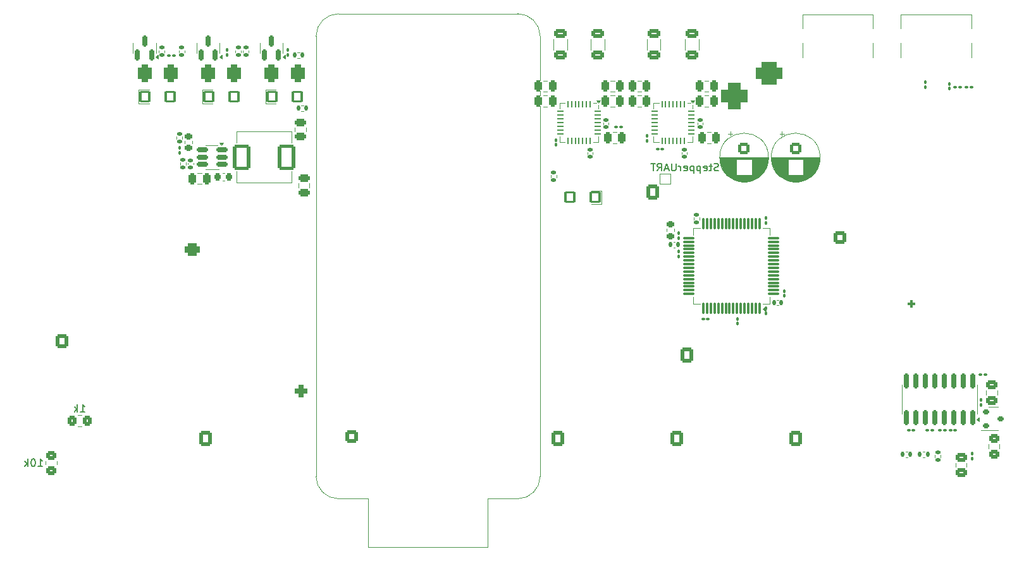
<source format=gbr>
%TF.GenerationSoftware,KiCad,Pcbnew,9.0.4*%
%TF.CreationDate,2025-12-23T11:57:38+01:00*%
%TF.ProjectId,licheerv_nano_base,6c696368-6565-4727-965f-6e616e6f5f62,rev?*%
%TF.SameCoordinates,Original*%
%TF.FileFunction,Legend,Bot*%
%TF.FilePolarity,Positive*%
%FSLAX46Y46*%
G04 Gerber Fmt 4.6, Leading zero omitted, Abs format (unit mm)*
G04 Created by KiCad (PCBNEW 9.0.4) date 2025-12-23 11:57:38*
%MOMM*%
%LPD*%
G01*
G04 APERTURE LIST*
G04 Aperture macros list*
%AMRoundRect*
0 Rectangle with rounded corners*
0 $1 Rounding radius*
0 $2 $3 $4 $5 $6 $7 $8 $9 X,Y pos of 4 corners*
0 Add a 4 corners polygon primitive as box body*
4,1,4,$2,$3,$4,$5,$6,$7,$8,$9,$2,$3,0*
0 Add four circle primitives for the rounded corners*
1,1,$1+$1,$2,$3*
1,1,$1+$1,$4,$5*
1,1,$1+$1,$6,$7*
1,1,$1+$1,$8,$9*
0 Add four rect primitives between the rounded corners*
20,1,$1+$1,$2,$3,$4,$5,0*
20,1,$1+$1,$4,$5,$6,$7,0*
20,1,$1+$1,$6,$7,$8,$9,0*
20,1,$1+$1,$8,$9,$2,$3,0*%
G04 Aperture macros list end*
%ADD10C,0.150000*%
%ADD11C,0.100000*%
%ADD12C,0.120000*%
%ADD13RoundRect,0.150000X0.600000X0.650000X-0.600000X0.650000X-0.600000X-0.650000X0.600000X-0.650000X0*%
%ADD14RoundRect,0.135000X0.185000X-0.135000X0.185000X0.135000X-0.185000X0.135000X-0.185000X-0.135000X0*%
%ADD15RoundRect,0.100000X0.130000X0.100000X-0.130000X0.100000X-0.130000X-0.100000X0.130000X-0.100000X0*%
%ADD16O,2.000000X1.600000*%
%ADD17RoundRect,0.250000X-0.600000X-0.725000X0.600000X-0.725000X0.600000X0.725000X-0.600000X0.725000X0*%
%ADD18O,1.700000X1.950000*%
%ADD19O,1.600000X2.000000*%
%ADD20RoundRect,0.300000X0.200000X0.200000X-0.200000X0.200000X-0.200000X-0.200000X0.200000X-0.200000X0*%
%ADD21O,1.000000X1.000000*%
%ADD22RoundRect,0.250000X-0.600000X-0.600000X0.600000X-0.600000X0.600000X0.600000X-0.600000X0.600000X0*%
%ADD23C,1.700000*%
%ADD24RoundRect,0.425000X0.575000X0.425000X-0.575000X0.425000X-0.575000X-0.425000X0.575000X-0.425000X0*%
%ADD25O,2.000000X1.700000*%
%ADD26C,4.300000*%
%ADD27C,3.250000*%
%ADD28R,1.500000X1.500000*%
%ADD29C,1.500000*%
%ADD30C,3.000000*%
%ADD31RoundRect,0.450000X0.450000X0.750000X-0.450000X0.750000X-0.450000X-0.750000X0.450000X-0.750000X0*%
%ADD32C,3.200000*%
%ADD33R,3.500000X3.500000*%
%ADD34RoundRect,0.750000X-1.000000X0.750000X-1.000000X-0.750000X1.000000X-0.750000X1.000000X0.750000X0*%
%ADD35RoundRect,0.875000X-0.875000X0.875000X-0.875000X-0.875000X0.875000X-0.875000X0.875000X0.875000X0*%
%ADD36RoundRect,0.500000X0.350000X0.350000X-0.350000X0.350000X-0.350000X-0.350000X0.350000X-0.350000X0*%
%ADD37O,1.700000X1.700000*%
%ADD38RoundRect,0.250000X0.600000X0.675000X-0.600000X0.675000X-0.600000X-0.675000X0.600000X-0.675000X0*%
%ADD39O,1.700000X1.850000*%
%ADD40RoundRect,0.250000X-0.550000X0.550000X-0.550000X-0.550000X0.550000X-0.550000X0.550000X0.550000X0*%
%ADD41C,1.600000*%
%ADD42RoundRect,0.135000X-0.185000X0.135000X-0.185000X-0.135000X0.185000X-0.135000X0.185000X0.135000X0*%
%ADD43RoundRect,0.250000X0.250000X0.475000X-0.250000X0.475000X-0.250000X-0.475000X0.250000X-0.475000X0*%
%ADD44RoundRect,0.140000X-0.170000X0.140000X-0.170000X-0.140000X0.170000X-0.140000X0.170000X0.140000X0*%
%ADD45RoundRect,0.135000X-0.135000X-0.185000X0.135000X-0.185000X0.135000X0.185000X-0.135000X0.185000X0*%
%ADD46RoundRect,0.250000X-0.250000X-0.475000X0.250000X-0.475000X0.250000X0.475000X-0.250000X0.475000X0*%
%ADD47RoundRect,0.100000X-0.130000X-0.100000X0.130000X-0.100000X0.130000X0.100000X-0.130000X0.100000X0*%
%ADD48RoundRect,0.250000X0.625000X-0.312500X0.625000X0.312500X-0.625000X0.312500X-0.625000X-0.312500X0*%
%ADD49RoundRect,0.250000X0.450000X-0.350000X0.450000X0.350000X-0.450000X0.350000X-0.450000X-0.350000X0*%
%ADD50RoundRect,0.100000X-0.100000X0.130000X-0.100000X-0.130000X0.100000X-0.130000X0.100000X0.130000X0*%
%ADD51RoundRect,0.150000X-0.600000X-0.650000X0.600000X-0.650000X0.600000X0.650000X-0.600000X0.650000X0*%
%ADD52RoundRect,0.150000X0.150000X-0.587500X0.150000X0.587500X-0.150000X0.587500X-0.150000X-0.587500X0*%
%ADD53C,0.650000*%
%ADD54R,0.600000X1.450000*%
%ADD55R,0.300000X1.450000*%
%ADD56O,1.000000X1.600000*%
%ADD57O,1.000000X2.100000*%
%ADD58RoundRect,0.150000X0.150000X-0.825000X0.150000X0.825000X-0.150000X0.825000X-0.150000X-0.825000X0*%
%ADD59RoundRect,0.235000X0.940000X1.465000X-0.940000X1.465000X-0.940000X-1.465000X0.940000X-1.465000X0*%
%ADD60RoundRect,0.250000X-0.350000X-0.450000X0.350000X-0.450000X0.350000X0.450000X-0.350000X0.450000X0*%
%ADD61RoundRect,0.250000X0.450000X-0.325000X0.450000X0.325000X-0.450000X0.325000X-0.450000X-0.325000X0*%
%ADD62RoundRect,0.218750X0.256250X-0.218750X0.256250X0.218750X-0.256250X0.218750X-0.256250X-0.218750X0*%
%ADD63RoundRect,0.250000X-0.475000X0.337500X-0.475000X-0.337500X0.475000X-0.337500X0.475000X0.337500X0*%
%ADD64RoundRect,0.100000X0.100000X-0.130000X0.100000X0.130000X-0.100000X0.130000X-0.100000X-0.130000X0*%
%ADD65RoundRect,0.250000X-0.475000X0.250000X-0.475000X-0.250000X0.475000X-0.250000X0.475000X0.250000X0*%
%ADD66RoundRect,0.225000X0.250000X-0.225000X0.250000X0.225000X-0.250000X0.225000X-0.250000X-0.225000X0*%
%ADD67RoundRect,0.162500X0.617500X0.162500X-0.617500X0.162500X-0.617500X-0.162500X0.617500X-0.162500X0*%
%ADD68RoundRect,0.075000X0.075000X-0.700000X0.075000X0.700000X-0.075000X0.700000X-0.075000X-0.700000X0*%
%ADD69RoundRect,0.075000X0.700000X-0.075000X0.700000X0.075000X-0.700000X0.075000X-0.700000X-0.075000X0*%
%ADD70RoundRect,0.225000X0.225000X0.250000X-0.225000X0.250000X-0.225000X-0.250000X0.225000X-0.250000X0*%
%ADD71R,1.000000X1.000000*%
%ADD72RoundRect,0.062500X0.325000X0.062500X-0.325000X0.062500X-0.325000X-0.062500X0.325000X-0.062500X0*%
%ADD73RoundRect,0.062500X0.062500X0.325000X-0.062500X0.325000X-0.062500X-0.325000X0.062500X-0.325000X0*%
%ADD74R,3.750000X3.750000*%
%ADD75RoundRect,0.250000X0.475000X-0.250000X0.475000X0.250000X-0.475000X0.250000X-0.475000X-0.250000X0*%
%ADD76RoundRect,0.250000X0.475000X-0.337500X0.475000X0.337500X-0.475000X0.337500X-0.475000X-0.337500X0*%
%ADD77RoundRect,0.140000X0.140000X0.170000X-0.140000X0.170000X-0.140000X-0.170000X0.140000X-0.170000X0*%
%ADD78RoundRect,0.250000X0.600000X0.600000X-0.600000X0.600000X-0.600000X-0.600000X0.600000X-0.600000X0*%
%ADD79RoundRect,0.175000X-0.275000X-0.175000X0.275000X-0.175000X0.275000X0.175000X-0.275000X0.175000X0*%
G04 APERTURE END LIST*
D10*
X47795238Y-110654819D02*
X48366666Y-110654819D01*
X48080952Y-110654819D02*
X48080952Y-109654819D01*
X48080952Y-109654819D02*
X48176190Y-109797676D01*
X48176190Y-109797676D02*
X48271428Y-109892914D01*
X48271428Y-109892914D02*
X48366666Y-109940533D01*
X47176190Y-109654819D02*
X47080952Y-109654819D01*
X47080952Y-109654819D02*
X46985714Y-109702438D01*
X46985714Y-109702438D02*
X46938095Y-109750057D01*
X46938095Y-109750057D02*
X46890476Y-109845295D01*
X46890476Y-109845295D02*
X46842857Y-110035771D01*
X46842857Y-110035771D02*
X46842857Y-110273866D01*
X46842857Y-110273866D02*
X46890476Y-110464342D01*
X46890476Y-110464342D02*
X46938095Y-110559580D01*
X46938095Y-110559580D02*
X46985714Y-110607200D01*
X46985714Y-110607200D02*
X47080952Y-110654819D01*
X47080952Y-110654819D02*
X47176190Y-110654819D01*
X47176190Y-110654819D02*
X47271428Y-110607200D01*
X47271428Y-110607200D02*
X47319047Y-110559580D01*
X47319047Y-110559580D02*
X47366666Y-110464342D01*
X47366666Y-110464342D02*
X47414285Y-110273866D01*
X47414285Y-110273866D02*
X47414285Y-110035771D01*
X47414285Y-110035771D02*
X47366666Y-109845295D01*
X47366666Y-109845295D02*
X47319047Y-109750057D01*
X47319047Y-109750057D02*
X47271428Y-109702438D01*
X47271428Y-109702438D02*
X47176190Y-109654819D01*
X46414285Y-110654819D02*
X46414285Y-109654819D01*
X46319047Y-110273866D02*
X46033333Y-110654819D01*
X46033333Y-109988152D02*
X46414285Y-110369104D01*
X53469047Y-103354819D02*
X54040475Y-103354819D01*
X53754761Y-103354819D02*
X53754761Y-102354819D01*
X53754761Y-102354819D02*
X53849999Y-102497676D01*
X53849999Y-102497676D02*
X53945237Y-102592914D01*
X53945237Y-102592914D02*
X54040475Y-102640533D01*
X53040475Y-103354819D02*
X53040475Y-102354819D01*
X52945237Y-102973866D02*
X52659523Y-103354819D01*
X52659523Y-102688152D02*
X53040475Y-103069104D01*
X138876190Y-71007200D02*
X138733333Y-71054819D01*
X138733333Y-71054819D02*
X138495238Y-71054819D01*
X138495238Y-71054819D02*
X138400000Y-71007200D01*
X138400000Y-71007200D02*
X138352381Y-70959580D01*
X138352381Y-70959580D02*
X138304762Y-70864342D01*
X138304762Y-70864342D02*
X138304762Y-70769104D01*
X138304762Y-70769104D02*
X138352381Y-70673866D01*
X138352381Y-70673866D02*
X138400000Y-70626247D01*
X138400000Y-70626247D02*
X138495238Y-70578628D01*
X138495238Y-70578628D02*
X138685714Y-70531009D01*
X138685714Y-70531009D02*
X138780952Y-70483390D01*
X138780952Y-70483390D02*
X138828571Y-70435771D01*
X138828571Y-70435771D02*
X138876190Y-70340533D01*
X138876190Y-70340533D02*
X138876190Y-70245295D01*
X138876190Y-70245295D02*
X138828571Y-70150057D01*
X138828571Y-70150057D02*
X138780952Y-70102438D01*
X138780952Y-70102438D02*
X138685714Y-70054819D01*
X138685714Y-70054819D02*
X138447619Y-70054819D01*
X138447619Y-70054819D02*
X138304762Y-70102438D01*
X138019047Y-70388152D02*
X137638095Y-70388152D01*
X137876190Y-70054819D02*
X137876190Y-70911961D01*
X137876190Y-70911961D02*
X137828571Y-71007200D01*
X137828571Y-71007200D02*
X137733333Y-71054819D01*
X137733333Y-71054819D02*
X137638095Y-71054819D01*
X136923809Y-71007200D02*
X137019047Y-71054819D01*
X137019047Y-71054819D02*
X137209523Y-71054819D01*
X137209523Y-71054819D02*
X137304761Y-71007200D01*
X137304761Y-71007200D02*
X137352380Y-70911961D01*
X137352380Y-70911961D02*
X137352380Y-70531009D01*
X137352380Y-70531009D02*
X137304761Y-70435771D01*
X137304761Y-70435771D02*
X137209523Y-70388152D01*
X137209523Y-70388152D02*
X137019047Y-70388152D01*
X137019047Y-70388152D02*
X136923809Y-70435771D01*
X136923809Y-70435771D02*
X136876190Y-70531009D01*
X136876190Y-70531009D02*
X136876190Y-70626247D01*
X136876190Y-70626247D02*
X137352380Y-70721485D01*
X136447618Y-70388152D02*
X136447618Y-71388152D01*
X136447618Y-70435771D02*
X136352380Y-70388152D01*
X136352380Y-70388152D02*
X136161904Y-70388152D01*
X136161904Y-70388152D02*
X136066666Y-70435771D01*
X136066666Y-70435771D02*
X136019047Y-70483390D01*
X136019047Y-70483390D02*
X135971428Y-70578628D01*
X135971428Y-70578628D02*
X135971428Y-70864342D01*
X135971428Y-70864342D02*
X136019047Y-70959580D01*
X136019047Y-70959580D02*
X136066666Y-71007200D01*
X136066666Y-71007200D02*
X136161904Y-71054819D01*
X136161904Y-71054819D02*
X136352380Y-71054819D01*
X136352380Y-71054819D02*
X136447618Y-71007200D01*
X135542856Y-70388152D02*
X135542856Y-71388152D01*
X135542856Y-70435771D02*
X135447618Y-70388152D01*
X135447618Y-70388152D02*
X135257142Y-70388152D01*
X135257142Y-70388152D02*
X135161904Y-70435771D01*
X135161904Y-70435771D02*
X135114285Y-70483390D01*
X135114285Y-70483390D02*
X135066666Y-70578628D01*
X135066666Y-70578628D02*
X135066666Y-70864342D01*
X135066666Y-70864342D02*
X135114285Y-70959580D01*
X135114285Y-70959580D02*
X135161904Y-71007200D01*
X135161904Y-71007200D02*
X135257142Y-71054819D01*
X135257142Y-71054819D02*
X135447618Y-71054819D01*
X135447618Y-71054819D02*
X135542856Y-71007200D01*
X134257142Y-71007200D02*
X134352380Y-71054819D01*
X134352380Y-71054819D02*
X134542856Y-71054819D01*
X134542856Y-71054819D02*
X134638094Y-71007200D01*
X134638094Y-71007200D02*
X134685713Y-70911961D01*
X134685713Y-70911961D02*
X134685713Y-70531009D01*
X134685713Y-70531009D02*
X134638094Y-70435771D01*
X134638094Y-70435771D02*
X134542856Y-70388152D01*
X134542856Y-70388152D02*
X134352380Y-70388152D01*
X134352380Y-70388152D02*
X134257142Y-70435771D01*
X134257142Y-70435771D02*
X134209523Y-70531009D01*
X134209523Y-70531009D02*
X134209523Y-70626247D01*
X134209523Y-70626247D02*
X134685713Y-70721485D01*
X133780951Y-71054819D02*
X133780951Y-70388152D01*
X133780951Y-70578628D02*
X133733332Y-70483390D01*
X133733332Y-70483390D02*
X133685713Y-70435771D01*
X133685713Y-70435771D02*
X133590475Y-70388152D01*
X133590475Y-70388152D02*
X133495237Y-70388152D01*
X133161903Y-70054819D02*
X133161903Y-70864342D01*
X133161903Y-70864342D02*
X133114284Y-70959580D01*
X133114284Y-70959580D02*
X133066665Y-71007200D01*
X133066665Y-71007200D02*
X132971427Y-71054819D01*
X132971427Y-71054819D02*
X132780951Y-71054819D01*
X132780951Y-71054819D02*
X132685713Y-71007200D01*
X132685713Y-71007200D02*
X132638094Y-70959580D01*
X132638094Y-70959580D02*
X132590475Y-70864342D01*
X132590475Y-70864342D02*
X132590475Y-70054819D01*
X132161903Y-70769104D02*
X131685713Y-70769104D01*
X132257141Y-71054819D02*
X131923808Y-70054819D01*
X131923808Y-70054819D02*
X131590475Y-71054819D01*
X130685713Y-71054819D02*
X131019046Y-70578628D01*
X131257141Y-71054819D02*
X131257141Y-70054819D01*
X131257141Y-70054819D02*
X130876189Y-70054819D01*
X130876189Y-70054819D02*
X130780951Y-70102438D01*
X130780951Y-70102438D02*
X130733332Y-70150057D01*
X130733332Y-70150057D02*
X130685713Y-70245295D01*
X130685713Y-70245295D02*
X130685713Y-70388152D01*
X130685713Y-70388152D02*
X130733332Y-70483390D01*
X130733332Y-70483390D02*
X130780951Y-70531009D01*
X130780951Y-70531009D02*
X130876189Y-70578628D01*
X130876189Y-70578628D02*
X131257141Y-70578628D01*
X130399998Y-70054819D02*
X129828570Y-70054819D01*
X130114284Y-71054819D02*
X130114284Y-70054819D01*
D11*
%TO.C,D4*%
X121850000Y-73700000D02*
X123250000Y-73700000D01*
X123250000Y-75500000D02*
X121850000Y-75500000D01*
X123250000Y-73700000D02*
X123250000Y-75500000D01*
D12*
%TO.C,R31*%
X117180000Y-71953641D02*
X117180000Y-71646359D01*
X116420000Y-71953641D02*
X116420000Y-71646359D01*
%TO.C,C23*%
X145970000Y-69267620D02*
X152430000Y-69267620D01*
X145970000Y-69307620D02*
X152430000Y-69307620D01*
X145971000Y-69347620D02*
X152429000Y-69347620D01*
X145972000Y-69387620D02*
X152428000Y-69387620D01*
X145974000Y-69427620D02*
X152426000Y-69427620D01*
X145976000Y-69467620D02*
X152424000Y-69467620D01*
X145979000Y-69507620D02*
X148160000Y-69507620D01*
X145982000Y-69547620D02*
X148160000Y-69547620D01*
X145986000Y-69587620D02*
X148160000Y-69587620D01*
X145990000Y-69627620D02*
X148160000Y-69627620D01*
X145995000Y-69667620D02*
X148160000Y-69667620D01*
X146000000Y-69707620D02*
X148160000Y-69707620D01*
X146005000Y-69747620D02*
X148160000Y-69747620D01*
X146012000Y-69787620D02*
X148160000Y-69787620D01*
X146018000Y-69827620D02*
X148160000Y-69827620D01*
X146026000Y-69867620D02*
X148160000Y-69867620D01*
X146033000Y-69907620D02*
X148160000Y-69907620D01*
X146041000Y-69947620D02*
X148160000Y-69947620D01*
X146050000Y-69987620D02*
X148160000Y-69987620D01*
X146060000Y-70027620D02*
X148160000Y-70027620D01*
X146069000Y-70067620D02*
X148160000Y-70067620D01*
X146080000Y-70107620D02*
X148160000Y-70107620D01*
X146091000Y-70147620D02*
X148160000Y-70147620D01*
X146102000Y-70187620D02*
X148160000Y-70187620D01*
X146114000Y-70227620D02*
X148160000Y-70227620D01*
X146127000Y-70267620D02*
X148160000Y-70267620D01*
X146140000Y-70307620D02*
X148160000Y-70307620D01*
X146153000Y-70347620D02*
X148160000Y-70347620D01*
X146168000Y-70387620D02*
X148160000Y-70387620D01*
X146183000Y-70427620D02*
X148160000Y-70427620D01*
X146198000Y-70467620D02*
X148160000Y-70467620D01*
X146214000Y-70507620D02*
X148160000Y-70507620D01*
X146231000Y-70547620D02*
X148160000Y-70547620D01*
X146248000Y-70587620D02*
X148160000Y-70587620D01*
X146266000Y-70627620D02*
X148160000Y-70627620D01*
X146285000Y-70667620D02*
X148160000Y-70667620D01*
X146304000Y-70707620D02*
X148160000Y-70707620D01*
X146324000Y-70747620D02*
X148160000Y-70747620D01*
X146345000Y-70787620D02*
X148160000Y-70787620D01*
X146366000Y-70827620D02*
X148160000Y-70827620D01*
X146388000Y-70867620D02*
X148160000Y-70867620D01*
X146411000Y-70907620D02*
X148160000Y-70907620D01*
X146435000Y-70947620D02*
X148160000Y-70947620D01*
X146459000Y-70987620D02*
X148160000Y-70987620D01*
X146484000Y-71027620D02*
X148160000Y-71027620D01*
X146510000Y-71067620D02*
X148160000Y-71067620D01*
X146537000Y-71107620D02*
X148160000Y-71107620D01*
X146564000Y-71147620D02*
X148160000Y-71147620D01*
X146593000Y-71187620D02*
X148160000Y-71187620D01*
X146623000Y-71227620D02*
X148160000Y-71227620D01*
X146653000Y-71267620D02*
X148160000Y-71267620D01*
X146684000Y-71307620D02*
X148160000Y-71307620D01*
X146717000Y-71347620D02*
X148160000Y-71347620D01*
X146750000Y-71387620D02*
X148160000Y-71387620D01*
X146785000Y-71427620D02*
X148160000Y-71427620D01*
X146821000Y-71467620D02*
X148160000Y-71467620D01*
X146858000Y-71507620D02*
X148160000Y-71507620D01*
X146896000Y-71547620D02*
X148160000Y-71547620D01*
X146936000Y-71587620D02*
X151464000Y-71587620D01*
X146977000Y-71627620D02*
X151423000Y-71627620D01*
X147019000Y-71667620D02*
X151381000Y-71667620D01*
X147046000Y-66082379D02*
X147676000Y-66082379D01*
X147063000Y-71707620D02*
X151337000Y-71707620D01*
X147109000Y-71747620D02*
X151291000Y-71747620D01*
X147156000Y-71787620D02*
X151244000Y-71787620D01*
X147205000Y-71827620D02*
X151195000Y-71827620D01*
X147257000Y-71867620D02*
X151143000Y-71867620D01*
X147310000Y-71907620D02*
X151090000Y-71907620D01*
X147361000Y-65767379D02*
X147361000Y-66397379D01*
X147366000Y-71947620D02*
X151034000Y-71947620D01*
X147425000Y-71987620D02*
X150975000Y-71987620D01*
X147486000Y-72027620D02*
X150914000Y-72027620D01*
X147551000Y-72067620D02*
X150849000Y-72067620D01*
X147619000Y-72107620D02*
X150781000Y-72107620D01*
X147691000Y-72147620D02*
X150709000Y-72147620D01*
X147768000Y-72187620D02*
X150632000Y-72187620D01*
X147850000Y-72227620D02*
X150550000Y-72227620D01*
X147939000Y-72267620D02*
X150461000Y-72267620D01*
X148035000Y-72307620D02*
X150365000Y-72307620D01*
X148142000Y-72347620D02*
X150258000Y-72347620D01*
X148261000Y-72387620D02*
X150139000Y-72387620D01*
X148399000Y-72427620D02*
X150001000Y-72427620D01*
X148567000Y-72467620D02*
X149833000Y-72467620D01*
X148798000Y-72507620D02*
X149602000Y-72507620D01*
X150240000Y-69507620D02*
X152421000Y-69507620D01*
X150240000Y-69547620D02*
X152418000Y-69547620D01*
X150240000Y-69587620D02*
X152414000Y-69587620D01*
X150240000Y-69627620D02*
X152410000Y-69627620D01*
X150240000Y-69667620D02*
X152405000Y-69667620D01*
X150240000Y-69707620D02*
X152400000Y-69707620D01*
X150240000Y-69747620D02*
X152395000Y-69747620D01*
X150240000Y-69787620D02*
X152388000Y-69787620D01*
X150240000Y-69827620D02*
X152382000Y-69827620D01*
X150240000Y-69867620D02*
X152374000Y-69867620D01*
X150240000Y-69907620D02*
X152367000Y-69907620D01*
X150240000Y-69947620D02*
X152359000Y-69947620D01*
X150240000Y-69987620D02*
X152350000Y-69987620D01*
X150240000Y-70027620D02*
X152340000Y-70027620D01*
X150240000Y-70067620D02*
X152331000Y-70067620D01*
X150240000Y-70107620D02*
X152320000Y-70107620D01*
X150240000Y-70147620D02*
X152309000Y-70147620D01*
X150240000Y-70187620D02*
X152298000Y-70187620D01*
X150240000Y-70227620D02*
X152286000Y-70227620D01*
X150240000Y-70267620D02*
X152273000Y-70267620D01*
X150240000Y-70307620D02*
X152260000Y-70307620D01*
X150240000Y-70347620D02*
X152247000Y-70347620D01*
X150240000Y-70387620D02*
X152232000Y-70387620D01*
X150240000Y-70427620D02*
X152217000Y-70427620D01*
X150240000Y-70467620D02*
X152202000Y-70467620D01*
X150240000Y-70507620D02*
X152186000Y-70507620D01*
X150240000Y-70547620D02*
X152169000Y-70547620D01*
X150240000Y-70587620D02*
X152152000Y-70587620D01*
X150240000Y-70627620D02*
X152134000Y-70627620D01*
X150240000Y-70667620D02*
X152115000Y-70667620D01*
X150240000Y-70707620D02*
X152096000Y-70707620D01*
X150240000Y-70747620D02*
X152076000Y-70747620D01*
X150240000Y-70787620D02*
X152055000Y-70787620D01*
X150240000Y-70827620D02*
X152034000Y-70827620D01*
X150240000Y-70867620D02*
X152012000Y-70867620D01*
X150240000Y-70907620D02*
X151989000Y-70907620D01*
X150240000Y-70947620D02*
X151965000Y-70947620D01*
X150240000Y-70987620D02*
X151941000Y-70987620D01*
X150240000Y-71027620D02*
X151916000Y-71027620D01*
X150240000Y-71067620D02*
X151890000Y-71067620D01*
X150240000Y-71107620D02*
X151863000Y-71107620D01*
X150240000Y-71147620D02*
X151836000Y-71147620D01*
X150240000Y-71187620D02*
X151807000Y-71187620D01*
X150240000Y-71227620D02*
X151777000Y-71227620D01*
X150240000Y-71267620D02*
X151747000Y-71267620D01*
X150240000Y-71307620D02*
X151716000Y-71307620D01*
X150240000Y-71347620D02*
X151683000Y-71347620D01*
X150240000Y-71387620D02*
X151650000Y-71387620D01*
X150240000Y-71427620D02*
X151615000Y-71427620D01*
X150240000Y-71467620D02*
X151579000Y-71467620D01*
X150240000Y-71507620D02*
X151542000Y-71507620D01*
X150240000Y-71547620D02*
X151504000Y-71547620D01*
X152470000Y-69267620D02*
G75*
G02*
X145930000Y-69267620I-3270000J0D01*
G01*
X145930000Y-69267620D02*
G75*
G02*
X152470000Y-69267620I3270000J0D01*
G01*
%TO.C,R4*%
X66320000Y-66446359D02*
X66320000Y-66753641D01*
X67080000Y-66446359D02*
X67080000Y-66753641D01*
%TO.C,R7*%
X167870000Y-109118859D02*
X167870000Y-109426141D01*
X168630000Y-109118859D02*
X168630000Y-109426141D01*
%TO.C,C26*%
X137861252Y-65865000D02*
X137338748Y-65865000D01*
X137861252Y-67335000D02*
X137338748Y-67335000D01*
%TO.C,C36*%
X136040000Y-64592164D02*
X136040000Y-64807836D01*
X136760000Y-64592164D02*
X136760000Y-64807836D01*
%TO.C,R23*%
X82496359Y-55170000D02*
X82803641Y-55170000D01*
X82496359Y-55930000D02*
X82803641Y-55930000D01*
%TO.C,C34*%
X123440000Y-64592164D02*
X123440000Y-64807836D01*
X124160000Y-64592164D02*
X124160000Y-64807836D01*
%TO.C,C39*%
X115438748Y-58965000D02*
X115961252Y-58965000D01*
X115438748Y-60435000D02*
X115961252Y-60435000D01*
%TO.C,R17*%
X121790000Y-54827064D02*
X121790000Y-53372936D01*
X123610000Y-54827064D02*
X123610000Y-53372936D01*
%TO.C,R76*%
X48815000Y-110427064D02*
X48815000Y-109972936D01*
X50285000Y-110427064D02*
X50285000Y-109972936D01*
%TO.C,R22*%
X82996359Y-62270000D02*
X83303641Y-62270000D01*
X82996359Y-63030000D02*
X83303641Y-63030000D01*
%TO.C,R25*%
X75220000Y-55203641D02*
X75220000Y-54896359D01*
X75980000Y-55203641D02*
X75980000Y-54896359D01*
D11*
%TO.C,D3*%
X69750000Y-60200000D02*
X71150000Y-60200000D01*
X69750000Y-62000000D02*
X69750000Y-60200000D01*
X71150000Y-62000000D02*
X69750000Y-62000000D01*
D12*
%TO.C,Q4*%
X68990000Y-54600000D02*
X68990000Y-53950000D01*
X68990000Y-54600000D02*
X68990000Y-55250000D01*
X72110000Y-54600000D02*
X72110000Y-53950000D01*
X72110000Y-54600000D02*
X72110000Y-55250000D01*
X72390000Y-56002500D02*
X72060000Y-55762500D01*
X72390000Y-55522500D01*
X72390000Y-56002500D01*
G36*
X72390000Y-56002500D02*
G01*
X72060000Y-55762500D01*
X72390000Y-55522500D01*
X72390000Y-56002500D01*
G37*
%TO.C,R6*%
X166196359Y-108692500D02*
X166503641Y-108692500D01*
X166196359Y-109452500D02*
X166503641Y-109452500D01*
%TO.C,C43*%
X137038748Y-60965000D02*
X137561252Y-60965000D01*
X137038748Y-62435000D02*
X137561252Y-62435000D01*
%TO.C,J1*%
X150100000Y-50100000D02*
X159500000Y-50100000D01*
X150100000Y-52000000D02*
X150100000Y-50100000D01*
X150100000Y-55900000D02*
X150100000Y-53900000D01*
X159500000Y-52000000D02*
X159500000Y-50100000D01*
X159500000Y-55900000D02*
X159500000Y-53900000D01*
%TO.C,J22*%
X163300000Y-50092500D02*
X172700000Y-50092500D01*
X163300000Y-51992500D02*
X163300000Y-50092500D01*
X163300000Y-55892500D02*
X163300000Y-53892500D01*
X172700000Y-51992500D02*
X172700000Y-50092500D01*
X172700000Y-55892500D02*
X172700000Y-53892500D01*
%TO.C,U3*%
X163390000Y-101672500D02*
X163390000Y-99722500D01*
X163390000Y-101672500D02*
X163390000Y-103622500D01*
X173510000Y-101672500D02*
X173510000Y-99722500D01*
X173510000Y-101672500D02*
X173510000Y-103622500D01*
X173785000Y-104612500D02*
X173455000Y-104372500D01*
X173785000Y-104132500D01*
X173785000Y-104612500D01*
G36*
X173785000Y-104612500D02*
G01*
X173455000Y-104372500D01*
X173785000Y-104132500D01*
X173785000Y-104612500D01*
G37*
%TO.C,C4*%
X67840000Y-69992164D02*
X67840000Y-70207836D01*
X68560000Y-69992164D02*
X68560000Y-70207836D01*
%TO.C,R18*%
X134390000Y-54827064D02*
X134390000Y-53372936D01*
X136210000Y-54827064D02*
X136210000Y-53372936D01*
%TO.C,C29*%
X124438748Y-60965000D02*
X124961252Y-60965000D01*
X124438748Y-62435000D02*
X124961252Y-62435000D01*
%TO.C,L1*%
X74325000Y-65800000D02*
X74325000Y-67300000D01*
X74325000Y-65800000D02*
X81725000Y-65800000D01*
X74325000Y-72600000D02*
X74325000Y-71100000D01*
X81725000Y-65800000D02*
X81725000Y-67300000D01*
X81725000Y-72600000D02*
X74325000Y-72600000D01*
X81725000Y-72600000D02*
X81725000Y-71100000D01*
%TO.C,R77*%
X53122936Y-103815000D02*
X53577064Y-103815000D01*
X53122936Y-105285000D02*
X53577064Y-105285000D01*
%TO.C,L2*%
X175040000Y-108233752D02*
X175040000Y-107711248D01*
X176460000Y-108233752D02*
X176460000Y-107711248D01*
%TO.C,Q2*%
X60490000Y-54600000D02*
X60490000Y-53950000D01*
X60490000Y-54600000D02*
X60490000Y-55250000D01*
X63610000Y-54600000D02*
X63610000Y-53950000D01*
X63610000Y-54600000D02*
X63610000Y-55250000D01*
X63890000Y-56002500D02*
X63560000Y-55762500D01*
X63890000Y-55522500D01*
X63890000Y-56002500D01*
G36*
X63890000Y-56002500D02*
G01*
X63560000Y-55762500D01*
X63890000Y-55522500D01*
X63890000Y-56002500D01*
G37*
%TO.C,FB1*%
X131890000Y-79162779D02*
X131890000Y-78837221D01*
X132910000Y-79162779D02*
X132910000Y-78837221D01*
%TO.C,C35*%
X133940000Y-68592164D02*
X133940000Y-68807836D01*
X134660000Y-68592164D02*
X134660000Y-68807836D01*
%TO.C,C10*%
X170615000Y-110211248D02*
X170615000Y-110733752D01*
X172085000Y-110211248D02*
X172085000Y-110733752D01*
%TO.C,C25*%
X125261252Y-65865000D02*
X124738748Y-65865000D01*
X125261252Y-67335000D02*
X124738748Y-67335000D01*
%TO.C,R1*%
X135570000Y-77603641D02*
X135570000Y-77296359D01*
X136330000Y-77603641D02*
X136330000Y-77296359D01*
%TO.C,C5*%
X82665000Y-72738748D02*
X82665000Y-73261252D01*
X84135000Y-72738748D02*
X84135000Y-73261252D01*
%TO.C,C3*%
X67390000Y-67340580D02*
X67390000Y-67059420D01*
X68410000Y-67340580D02*
X68410000Y-67059420D01*
%TO.C,R2*%
X66820000Y-70253641D02*
X66820000Y-69946359D01*
X67580000Y-70253641D02*
X67580000Y-69946359D01*
%TO.C,C30*%
X128561252Y-60965000D02*
X128038748Y-60965000D01*
X128561252Y-62435000D02*
X128038748Y-62435000D01*
%TO.C,U1*%
X71000000Y-67590000D02*
X70200000Y-67590000D01*
X71000000Y-67590000D02*
X71800000Y-67590000D01*
X72000000Y-70810000D02*
X70200000Y-70810000D01*
X72300000Y-67640000D02*
X72060000Y-67310000D01*
X72540000Y-67310000D01*
X72300000Y-67640000D01*
G36*
X72300000Y-67640000D02*
G01*
X72060000Y-67310000D01*
X72540000Y-67310000D01*
X72300000Y-67640000D01*
G37*
%TO.C,C37*%
X124961252Y-58965000D02*
X124438748Y-58965000D01*
X124961252Y-60435000D02*
X124438748Y-60435000D01*
%TO.C,U2*%
X135490000Y-78690000D02*
X136440000Y-78690000D01*
X135490000Y-79640000D02*
X135490000Y-78690000D01*
X135490000Y-87960000D02*
X135490000Y-88910000D01*
X135490000Y-88910000D02*
X136440000Y-88910000D01*
X145710000Y-78690000D02*
X144760000Y-78690000D01*
X145710000Y-79640000D02*
X145710000Y-78690000D01*
X145710000Y-87960000D02*
X145710000Y-88910000D01*
X145710000Y-88910000D02*
X144760000Y-88910000D01*
X145230000Y-89865000D02*
X144760000Y-89525000D01*
X145230000Y-89185000D01*
X145230000Y-89865000D01*
G36*
X145230000Y-89865000D02*
G01*
X144760000Y-89525000D01*
X145230000Y-89185000D01*
X145230000Y-89865000D01*
G37*
%TO.C,R19*%
X66620000Y-55203641D02*
X66620000Y-54896359D01*
X67380000Y-55203641D02*
X67380000Y-54896359D01*
%TO.C,Q3*%
X77452500Y-54600000D02*
X77452500Y-53950000D01*
X77452500Y-54600000D02*
X77452500Y-55250000D01*
X80572500Y-54600000D02*
X80572500Y-53950000D01*
X80572500Y-54600000D02*
X80572500Y-55250000D01*
X80852500Y-56002500D02*
X80522500Y-55762500D01*
X80852500Y-55522500D01*
X80852500Y-56002500D01*
G36*
X80852500Y-56002500D02*
G01*
X80522500Y-55762500D01*
X80852500Y-55522500D01*
X80852500Y-56002500D01*
G37*
%TO.C,C1*%
X72740580Y-71390000D02*
X72459420Y-71390000D01*
X72740580Y-72410000D02*
X72459420Y-72410000D01*
%TO.C,TP1*%
X131000000Y-71400000D02*
X131000000Y-72800000D01*
X131000000Y-72800000D02*
X132400000Y-72800000D01*
X132400000Y-71400000D02*
X131000000Y-71400000D01*
X132400000Y-72800000D02*
X132400000Y-71400000D01*
%TO.C,R5*%
X163896359Y-108692500D02*
X164203641Y-108692500D01*
X163896359Y-109452500D02*
X164203641Y-109452500D01*
%TO.C,U5*%
X117590000Y-61990000D02*
X117590000Y-62715000D01*
X117590000Y-67210000D02*
X117590000Y-66485000D01*
X118315000Y-61990000D02*
X117590000Y-61990000D01*
X118315000Y-67210000D02*
X117590000Y-67210000D01*
X122085000Y-61990000D02*
X122510000Y-61990000D01*
X122085000Y-67210000D02*
X122810000Y-67210000D01*
X122810000Y-62715000D02*
X122810000Y-62230000D01*
X122810000Y-67210000D02*
X122810000Y-66485000D01*
X122810000Y-61990000D02*
X122570000Y-61660000D01*
X123050000Y-61660000D01*
X122810000Y-61990000D01*
G36*
X122810000Y-61990000D02*
G01*
X122570000Y-61660000D01*
X123050000Y-61660000D01*
X122810000Y-61990000D01*
G37*
D11*
%TO.C,D2*%
X78250000Y-60200000D02*
X79650000Y-60200000D01*
X78250000Y-62000000D02*
X78250000Y-60200000D01*
X79650000Y-62000000D02*
X78250000Y-62000000D01*
D12*
%TO.C,C33*%
X121340000Y-68592164D02*
X121340000Y-68807836D01*
X122060000Y-68592164D02*
X122060000Y-68807836D01*
%TO.C,C7*%
X82165000Y-65761252D02*
X82165000Y-65238748D01*
X83635000Y-65761252D02*
X83635000Y-65238748D01*
D11*
%TO.C,D1*%
X61250000Y-60200000D02*
X62650000Y-60200000D01*
X61250000Y-62000000D02*
X61250000Y-60200000D01*
X62650000Y-62000000D02*
X61250000Y-62000000D01*
D12*
%TO.C,C22*%
X174715000Y-101033752D02*
X174715000Y-100511248D01*
X176185000Y-101033752D02*
X176185000Y-100511248D01*
%TO.C,R26*%
X74220000Y-55203641D02*
X74220000Y-54896359D01*
X74980000Y-55203641D02*
X74980000Y-54896359D01*
%TO.C,C8*%
X133057836Y-80590000D02*
X132842164Y-80590000D01*
X133057836Y-81310000D02*
X132842164Y-81310000D01*
%TO.C,C14*%
X146907836Y-88340000D02*
X146692164Y-88340000D01*
X146907836Y-89060000D02*
X146692164Y-89060000D01*
%TO.C,R20*%
X63970000Y-55203641D02*
X63970000Y-54896359D01*
X64730000Y-55203641D02*
X64730000Y-54896359D01*
%TO.C,C42*%
X115961252Y-60965000D02*
X115438748Y-60965000D01*
X115961252Y-62435000D02*
X115438748Y-62435000D01*
%TO.C,C40*%
X137561252Y-58965000D02*
X137038748Y-58965000D01*
X137561252Y-60435000D02*
X137038748Y-60435000D01*
%TO.C,C38*%
X128038748Y-58965000D02*
X128561252Y-58965000D01*
X128038748Y-60435000D02*
X128561252Y-60435000D01*
%TO.C,U6*%
X130190000Y-61990000D02*
X130190000Y-62715000D01*
X130190000Y-67210000D02*
X130190000Y-66485000D01*
X130915000Y-61990000D02*
X130190000Y-61990000D01*
X130915000Y-67210000D02*
X130190000Y-67210000D01*
X134685000Y-61990000D02*
X135110000Y-61990000D01*
X134685000Y-67210000D02*
X135410000Y-67210000D01*
X135410000Y-62715000D02*
X135410000Y-62230000D01*
X135410000Y-67210000D02*
X135410000Y-66485000D01*
X135410000Y-61990000D02*
X135170000Y-61660000D01*
X135650000Y-61660000D01*
X135410000Y-61990000D01*
G36*
X135410000Y-61990000D02*
G01*
X135170000Y-61660000D01*
X135650000Y-61660000D01*
X135410000Y-61990000D01*
G37*
%TO.C,R15*%
X116790000Y-54827064D02*
X116790000Y-53372936D01*
X118610000Y-54827064D02*
X118610000Y-53372936D01*
%TO.C,C24*%
X139070000Y-69267620D02*
X145530000Y-69267620D01*
X139070000Y-69307620D02*
X145530000Y-69307620D01*
X139071000Y-69347620D02*
X145529000Y-69347620D01*
X139072000Y-69387620D02*
X145528000Y-69387620D01*
X139074000Y-69427620D02*
X145526000Y-69427620D01*
X139076000Y-69467620D02*
X145524000Y-69467620D01*
X139079000Y-69507620D02*
X141260000Y-69507620D01*
X139082000Y-69547620D02*
X141260000Y-69547620D01*
X139086000Y-69587620D02*
X141260000Y-69587620D01*
X139090000Y-69627620D02*
X141260000Y-69627620D01*
X139095000Y-69667620D02*
X141260000Y-69667620D01*
X139100000Y-69707620D02*
X141260000Y-69707620D01*
X139105000Y-69747620D02*
X141260000Y-69747620D01*
X139112000Y-69787620D02*
X141260000Y-69787620D01*
X139118000Y-69827620D02*
X141260000Y-69827620D01*
X139126000Y-69867620D02*
X141260000Y-69867620D01*
X139133000Y-69907620D02*
X141260000Y-69907620D01*
X139141000Y-69947620D02*
X141260000Y-69947620D01*
X139150000Y-69987620D02*
X141260000Y-69987620D01*
X139160000Y-70027620D02*
X141260000Y-70027620D01*
X139169000Y-70067620D02*
X141260000Y-70067620D01*
X139180000Y-70107620D02*
X141260000Y-70107620D01*
X139191000Y-70147620D02*
X141260000Y-70147620D01*
X139202000Y-70187620D02*
X141260000Y-70187620D01*
X139214000Y-70227620D02*
X141260000Y-70227620D01*
X139227000Y-70267620D02*
X141260000Y-70267620D01*
X139240000Y-70307620D02*
X141260000Y-70307620D01*
X139253000Y-70347620D02*
X141260000Y-70347620D01*
X139268000Y-70387620D02*
X141260000Y-70387620D01*
X139283000Y-70427620D02*
X141260000Y-70427620D01*
X139298000Y-70467620D02*
X141260000Y-70467620D01*
X139314000Y-70507620D02*
X141260000Y-70507620D01*
X139331000Y-70547620D02*
X141260000Y-70547620D01*
X139348000Y-70587620D02*
X141260000Y-70587620D01*
X139366000Y-70627620D02*
X141260000Y-70627620D01*
X139385000Y-70667620D02*
X141260000Y-70667620D01*
X139404000Y-70707620D02*
X141260000Y-70707620D01*
X139424000Y-70747620D02*
X141260000Y-70747620D01*
X139445000Y-70787620D02*
X141260000Y-70787620D01*
X139466000Y-70827620D02*
X141260000Y-70827620D01*
X139488000Y-70867620D02*
X141260000Y-70867620D01*
X139511000Y-70907620D02*
X141260000Y-70907620D01*
X139535000Y-70947620D02*
X141260000Y-70947620D01*
X139559000Y-70987620D02*
X141260000Y-70987620D01*
X139584000Y-71027620D02*
X141260000Y-71027620D01*
X139610000Y-71067620D02*
X141260000Y-71067620D01*
X139637000Y-71107620D02*
X141260000Y-71107620D01*
X139664000Y-71147620D02*
X141260000Y-71147620D01*
X139693000Y-71187620D02*
X141260000Y-71187620D01*
X139723000Y-71227620D02*
X141260000Y-71227620D01*
X139753000Y-71267620D02*
X141260000Y-71267620D01*
X139784000Y-71307620D02*
X141260000Y-71307620D01*
X139817000Y-71347620D02*
X141260000Y-71347620D01*
X139850000Y-71387620D02*
X141260000Y-71387620D01*
X139885000Y-71427620D02*
X141260000Y-71427620D01*
X139921000Y-71467620D02*
X141260000Y-71467620D01*
X139958000Y-71507620D02*
X141260000Y-71507620D01*
X139996000Y-71547620D02*
X141260000Y-71547620D01*
X140036000Y-71587620D02*
X144564000Y-71587620D01*
X140077000Y-71627620D02*
X144523000Y-71627620D01*
X140119000Y-71667620D02*
X144481000Y-71667620D01*
X140146000Y-66082379D02*
X140776000Y-66082379D01*
X140163000Y-71707620D02*
X144437000Y-71707620D01*
X140209000Y-71747620D02*
X144391000Y-71747620D01*
X140256000Y-71787620D02*
X144344000Y-71787620D01*
X140305000Y-71827620D02*
X144295000Y-71827620D01*
X140357000Y-71867620D02*
X144243000Y-71867620D01*
X140410000Y-71907620D02*
X144190000Y-71907620D01*
X140461000Y-65767379D02*
X140461000Y-66397379D01*
X140466000Y-71947620D02*
X144134000Y-71947620D01*
X140525000Y-71987620D02*
X144075000Y-71987620D01*
X140586000Y-72027620D02*
X144014000Y-72027620D01*
X140651000Y-72067620D02*
X143949000Y-72067620D01*
X140719000Y-72107620D02*
X143881000Y-72107620D01*
X140791000Y-72147620D02*
X143809000Y-72147620D01*
X140868000Y-72187620D02*
X143732000Y-72187620D01*
X140950000Y-72227620D02*
X143650000Y-72227620D01*
X141039000Y-72267620D02*
X143561000Y-72267620D01*
X141135000Y-72307620D02*
X143465000Y-72307620D01*
X141242000Y-72347620D02*
X143358000Y-72347620D01*
X141361000Y-72387620D02*
X143239000Y-72387620D01*
X141499000Y-72427620D02*
X143101000Y-72427620D01*
X141667000Y-72467620D02*
X142933000Y-72467620D01*
X141898000Y-72507620D02*
X142702000Y-72507620D01*
X143340000Y-69507620D02*
X145521000Y-69507620D01*
X143340000Y-69547620D02*
X145518000Y-69547620D01*
X143340000Y-69587620D02*
X145514000Y-69587620D01*
X143340000Y-69627620D02*
X145510000Y-69627620D01*
X143340000Y-69667620D02*
X145505000Y-69667620D01*
X143340000Y-69707620D02*
X145500000Y-69707620D01*
X143340000Y-69747620D02*
X145495000Y-69747620D01*
X143340000Y-69787620D02*
X145488000Y-69787620D01*
X143340000Y-69827620D02*
X145482000Y-69827620D01*
X143340000Y-69867620D02*
X145474000Y-69867620D01*
X143340000Y-69907620D02*
X145467000Y-69907620D01*
X143340000Y-69947620D02*
X145459000Y-69947620D01*
X143340000Y-69987620D02*
X145450000Y-69987620D01*
X143340000Y-70027620D02*
X145440000Y-70027620D01*
X143340000Y-70067620D02*
X145431000Y-70067620D01*
X143340000Y-70107620D02*
X145420000Y-70107620D01*
X143340000Y-70147620D02*
X145409000Y-70147620D01*
X143340000Y-70187620D02*
X145398000Y-70187620D01*
X143340000Y-70227620D02*
X145386000Y-70227620D01*
X143340000Y-70267620D02*
X145373000Y-70267620D01*
X143340000Y-70307620D02*
X145360000Y-70307620D01*
X143340000Y-70347620D02*
X145347000Y-70347620D01*
X143340000Y-70387620D02*
X145332000Y-70387620D01*
X143340000Y-70427620D02*
X145317000Y-70427620D01*
X143340000Y-70467620D02*
X145302000Y-70467620D01*
X143340000Y-70507620D02*
X145286000Y-70507620D01*
X143340000Y-70547620D02*
X145269000Y-70547620D01*
X143340000Y-70587620D02*
X145252000Y-70587620D01*
X143340000Y-70627620D02*
X145234000Y-70627620D01*
X143340000Y-70667620D02*
X145215000Y-70667620D01*
X143340000Y-70707620D02*
X145196000Y-70707620D01*
X143340000Y-70747620D02*
X145176000Y-70747620D01*
X143340000Y-70787620D02*
X145155000Y-70787620D01*
X143340000Y-70827620D02*
X145134000Y-70827620D01*
X143340000Y-70867620D02*
X145112000Y-70867620D01*
X143340000Y-70907620D02*
X145089000Y-70907620D01*
X143340000Y-70947620D02*
X145065000Y-70947620D01*
X143340000Y-70987620D02*
X145041000Y-70987620D01*
X143340000Y-71027620D02*
X145016000Y-71027620D01*
X143340000Y-71067620D02*
X144990000Y-71067620D01*
X143340000Y-71107620D02*
X144963000Y-71107620D01*
X143340000Y-71147620D02*
X144936000Y-71147620D01*
X143340000Y-71187620D02*
X144907000Y-71187620D01*
X143340000Y-71227620D02*
X144877000Y-71227620D01*
X143340000Y-71267620D02*
X144847000Y-71267620D01*
X143340000Y-71307620D02*
X144816000Y-71307620D01*
X143340000Y-71347620D02*
X144783000Y-71347620D01*
X143340000Y-71387620D02*
X144750000Y-71387620D01*
X143340000Y-71427620D02*
X144715000Y-71427620D01*
X143340000Y-71467620D02*
X144679000Y-71467620D01*
X143340000Y-71507620D02*
X144642000Y-71507620D01*
X143340000Y-71547620D02*
X144604000Y-71547620D01*
X145570000Y-69267620D02*
G75*
G02*
X139030000Y-69267620I-3270000J0D01*
G01*
X139030000Y-69267620D02*
G75*
G02*
X145570000Y-69267620I3270000J0D01*
G01*
D11*
%TO.C,X1*%
X84999999Y-112000000D02*
X85000000Y-53000000D01*
X88000000Y-114999999D02*
X92000000Y-114999999D01*
X92000000Y-121500000D02*
X92000000Y-115000000D01*
X100000000Y-121500000D02*
X92000000Y-121500000D01*
X100000000Y-121500000D02*
X108000000Y-121500000D01*
X108000000Y-114999999D02*
X112000000Y-115000000D01*
X108000000Y-121500000D02*
X108000000Y-115000000D01*
X112000000Y-50000000D02*
X88000000Y-50000000D01*
X114999999Y-112000000D02*
X115000000Y-53000000D01*
X85000000Y-53000000D02*
G75*
G02*
X88000000Y-50000000I3000001J-1D01*
G01*
X88000000Y-115000000D02*
G75*
G02*
X85000000Y-112000000I0J3000000D01*
G01*
X112000000Y-50000000D02*
G75*
G02*
X115000000Y-53000000I-1J-3000001D01*
G01*
X115000000Y-112000000D02*
G75*
G02*
X112000000Y-115000000I-3000001J1D01*
G01*
D12*
%TO.C,R16*%
X129290000Y-54827064D02*
X129290000Y-53372936D01*
X131110000Y-54827064D02*
X131110000Y-53372936D01*
%TO.C,C2*%
X69138748Y-71365000D02*
X69661252Y-71365000D01*
X69138748Y-72835000D02*
X69661252Y-72835000D01*
%TO.C,Q1*%
X175650000Y-102712500D02*
X175000000Y-102712500D01*
X175650000Y-102712500D02*
X176300000Y-102712500D01*
X175650000Y-105832500D02*
X173975000Y-105832500D01*
X175650000Y-105832500D02*
X176300000Y-105832500D01*
%TD*%
%LPC*%
D13*
%TO.C,D4*%
X119000000Y-74600000D03*
X122400000Y-74600000D03*
%TD*%
D14*
%TO.C,R31*%
X116800000Y-72310000D03*
X116800000Y-71290000D03*
%TD*%
D15*
%TO.C,R30*%
X172720000Y-59800000D03*
X172080000Y-59800000D03*
%TD*%
%TO.C,R29*%
X171220000Y-59800000D03*
X170580000Y-59800000D03*
%TD*%
D16*
%TO.C,U7*%
X27800000Y-70550000D03*
X27800000Y-73100000D03*
X27800000Y-81300000D03*
X27800000Y-83850000D03*
X64800000Y-83850000D03*
X64800000Y-81300000D03*
X64800000Y-77320000D03*
X64800000Y-73100000D03*
X64800000Y-70550000D03*
%TD*%
D17*
%TO.C,J5*%
X117400000Y-106900000D03*
D18*
X119900000Y-106900000D03*
X122400000Y-106900000D03*
X124900000Y-106900000D03*
X127400000Y-106900000D03*
%TD*%
D17*
%TO.C,J4*%
X70200000Y-106900000D03*
D18*
X72700000Y-106900000D03*
X75200000Y-106900000D03*
X77700000Y-106900000D03*
X80200000Y-106900000D03*
%TD*%
D19*
%TO.C,J17*%
X44600000Y-107300000D03*
X47100000Y-107300000D03*
X49600000Y-107300000D03*
X52100000Y-107300000D03*
%TD*%
D17*
%TO.C,J6*%
X29000000Y-106927500D03*
D18*
X31500000Y-106927500D03*
X34000000Y-106927500D03*
X36500000Y-106927500D03*
X39000000Y-106927500D03*
%TD*%
D19*
%TO.C,J7*%
X123950000Y-57672500D03*
X121450000Y-57672500D03*
X118950000Y-57672500D03*
X116450000Y-57672500D03*
%TD*%
D20*
%TO.C,J21*%
X164670000Y-88880000D03*
D21*
X163400000Y-88880000D03*
X164670000Y-87610000D03*
X163400000Y-87610000D03*
X164670000Y-86340000D03*
X163400000Y-86340000D03*
X164670000Y-85070000D03*
X163400000Y-85070000D03*
X164670000Y-83800000D03*
X163400000Y-83800000D03*
X164670000Y-82530000D03*
X163400000Y-82530000D03*
X164670000Y-81260000D03*
X163400000Y-81260000D03*
%TD*%
D22*
%TO.C,J18*%
X155147500Y-80020000D03*
D23*
X157687500Y-80020000D03*
X155147500Y-82560000D03*
X157687500Y-82560000D03*
X155147500Y-85100000D03*
X157687500Y-85100000D03*
X155147500Y-87640000D03*
X157687500Y-87640000D03*
X155147500Y-90180000D03*
X157687500Y-90180000D03*
%TD*%
D24*
%TO.C,U4*%
X68467500Y-81610000D03*
D25*
X68467500Y-79070000D03*
X68467500Y-76530000D03*
X68467500Y-73990000D03*
%TD*%
D26*
%TO.C,H8*%
X185000000Y-55000000D03*
%TD*%
D27*
%TO.C,J12*%
X56585000Y-58205000D03*
X45155000Y-58205000D03*
D28*
X55315000Y-64555000D03*
D29*
X54045000Y-67095000D03*
X52775000Y-64555000D03*
X51505000Y-67095000D03*
X50235000Y-64555000D03*
X48965000Y-67095000D03*
X47695000Y-64555000D03*
X46425000Y-67095000D03*
D30*
X58640000Y-55155000D03*
X43100000Y-55155000D03*
%TD*%
D31*
%TO.C,J10*%
X82550000Y-58000000D03*
X79050000Y-58000000D03*
%TD*%
D32*
%TO.C,H6*%
X100000000Y-53500000D03*
%TD*%
D33*
%TO.C,J2*%
X145657500Y-64000000D03*
D34*
X145657500Y-58000000D03*
D35*
X140957500Y-61000000D03*
%TD*%
D31*
%TO.C,J9*%
X65550000Y-58000000D03*
X62050000Y-58000000D03*
%TD*%
D17*
%TO.C,J3*%
X133300000Y-106900000D03*
D18*
X135800000Y-106900000D03*
X138300000Y-106900000D03*
X140800000Y-106900000D03*
X143300000Y-106900000D03*
%TD*%
D19*
%TO.C,J8*%
X136550000Y-57672500D03*
X134050000Y-57672500D03*
X131550000Y-57672500D03*
X129050000Y-57672500D03*
%TD*%
%TO.C,J16*%
X57200000Y-107300000D03*
X59700000Y-107300000D03*
X62200000Y-107300000D03*
X64700000Y-107300000D03*
%TD*%
D17*
%TO.C,J23*%
X130100000Y-73900000D03*
D18*
X132600000Y-73900000D03*
X135100000Y-73900000D03*
X137600000Y-73900000D03*
X140100000Y-73900000D03*
X142600000Y-73900000D03*
%TD*%
D36*
%TO.C,J14*%
X83000000Y-100540000D03*
D37*
X83000000Y-98000000D03*
X83000000Y-95460000D03*
%TD*%
D17*
%TO.C,J24*%
X134600000Y-95700000D03*
D18*
X137100000Y-95700000D03*
X139600000Y-95700000D03*
X142100000Y-95700000D03*
X144600000Y-95700000D03*
X147100000Y-95700000D03*
%TD*%
D38*
%TO.C,J20*%
X50950000Y-93850000D03*
D39*
X48450000Y-93850000D03*
X45950000Y-93850000D03*
%TD*%
D26*
%TO.C,H9*%
X185000000Y-95000000D03*
%TD*%
D27*
%TO.C,J11*%
X39985000Y-58205000D03*
X28555000Y-58205000D03*
D28*
X38715000Y-64555000D03*
D29*
X37445000Y-67095000D03*
X36175000Y-64555000D03*
X34905000Y-67095000D03*
X33635000Y-64555000D03*
X32365000Y-67095000D03*
X31095000Y-64555000D03*
X29825000Y-67095000D03*
D30*
X42040000Y-55155000D03*
X26500000Y-55155000D03*
%TD*%
D17*
%TO.C,J19*%
X149200000Y-106900000D03*
D18*
X151700000Y-106900000D03*
X154200000Y-106900000D03*
X156700000Y-106900000D03*
X159200000Y-106900000D03*
%TD*%
D26*
%TO.C,H2*%
X15000000Y-95000000D03*
%TD*%
%TO.C,H1*%
X15500000Y-55000000D03*
%TD*%
D19*
%TO.C,J15*%
X164700000Y-107300000D03*
X167200000Y-107300000D03*
X169700000Y-107300000D03*
X172200000Y-107300000D03*
%TD*%
D31*
%TO.C,J13*%
X74050000Y-58000000D03*
X70550000Y-58000000D03*
%TD*%
D40*
%TO.C,C23*%
X149200000Y-68017620D03*
D41*
X149200000Y-70517620D03*
%TD*%
D42*
%TO.C,R4*%
X66700000Y-66090000D03*
X66700000Y-67110000D03*
%TD*%
%TO.C,R7*%
X168250000Y-108762500D03*
X168250000Y-109782500D03*
%TD*%
D43*
%TO.C,C26*%
X138550000Y-66600000D03*
X136650000Y-66600000D03*
%TD*%
D44*
%TO.C,C36*%
X136400000Y-64220000D03*
X136400000Y-65180000D03*
%TD*%
D45*
%TO.C,R23*%
X82140000Y-55550000D03*
X83160000Y-55550000D03*
%TD*%
D44*
%TO.C,C34*%
X123800000Y-64220000D03*
X123800000Y-65180000D03*
%TD*%
D46*
%TO.C,C39*%
X114750000Y-59700000D03*
X116650000Y-59700000D03*
%TD*%
D47*
%TO.C,C13*%
X166830000Y-105772500D03*
X167470000Y-105772500D03*
%TD*%
D48*
%TO.C,R17*%
X122700000Y-55562500D03*
X122700000Y-52637500D03*
%TD*%
D49*
%TO.C,R76*%
X49550000Y-111200000D03*
X49550000Y-109200000D03*
%TD*%
D50*
%TO.C,C6*%
X172850000Y-108952500D03*
X172850000Y-109592500D03*
%TD*%
D45*
%TO.C,R22*%
X82640000Y-62650000D03*
X83660000Y-62650000D03*
%TD*%
D14*
%TO.C,R25*%
X75600000Y-55560000D03*
X75600000Y-54540000D03*
%TD*%
D51*
%TO.C,D3*%
X70600000Y-61100000D03*
X74000000Y-61100000D03*
%TD*%
D52*
%TO.C,Q4*%
X71500000Y-55537500D03*
X69600000Y-55537500D03*
X70550000Y-53662500D03*
%TD*%
D45*
%TO.C,R6*%
X165840000Y-109072500D03*
X166860000Y-109072500D03*
%TD*%
D46*
%TO.C,C43*%
X136350000Y-61700000D03*
X138250000Y-61700000D03*
%TD*%
D53*
%TO.C,J1*%
X151910000Y-56600000D03*
X157690000Y-56600000D03*
D54*
X151550000Y-58045000D03*
X152350000Y-58045000D03*
D55*
X153550000Y-58045000D03*
X154550000Y-58045000D03*
X155050000Y-58045000D03*
X156050000Y-58045000D03*
D54*
X157250000Y-58045000D03*
X158050000Y-58045000D03*
X158050000Y-58045000D03*
X157250000Y-58045000D03*
D55*
X156550000Y-58045000D03*
X155550000Y-58045000D03*
X154050000Y-58045000D03*
X153050000Y-58045000D03*
D54*
X152350000Y-58045000D03*
X151550000Y-58045000D03*
D56*
X150480000Y-52950000D03*
D57*
X150480000Y-57130000D03*
D56*
X159120000Y-52950000D03*
D57*
X159120000Y-57130000D03*
%TD*%
D53*
%TO.C,J22*%
X165110000Y-56592500D03*
X170890000Y-56592500D03*
D54*
X164750000Y-58037500D03*
X165550000Y-58037500D03*
D55*
X166750000Y-58037500D03*
X167750000Y-58037500D03*
X168250000Y-58037500D03*
X169250000Y-58037500D03*
D54*
X170450000Y-58037500D03*
X171250000Y-58037500D03*
X171250000Y-58037500D03*
X170450000Y-58037500D03*
D55*
X169750000Y-58037500D03*
X168750000Y-58037500D03*
X167250000Y-58037500D03*
X166250000Y-58037500D03*
D54*
X165550000Y-58037500D03*
X164750000Y-58037500D03*
D56*
X163680000Y-52942500D03*
D57*
X163680000Y-57122500D03*
D56*
X172320000Y-52942500D03*
D57*
X172320000Y-57122500D03*
%TD*%
D58*
%TO.C,U3*%
X172895000Y-104147500D03*
X171625000Y-104147500D03*
X170355000Y-104147500D03*
X169085000Y-104147500D03*
X167815000Y-104147500D03*
X166545000Y-104147500D03*
X165275000Y-104147500D03*
X164005000Y-104147500D03*
X164005000Y-99197500D03*
X165275000Y-99197500D03*
X166545000Y-99197500D03*
X167815000Y-99197500D03*
X169085000Y-99197500D03*
X170355000Y-99197500D03*
X171625000Y-99197500D03*
X172895000Y-99197500D03*
%TD*%
D44*
%TO.C,C4*%
X68200000Y-69620000D03*
X68200000Y-70580000D03*
%TD*%
D48*
%TO.C,R18*%
X135300000Y-55562500D03*
X135300000Y-52637500D03*
%TD*%
D46*
%TO.C,C29*%
X123750000Y-61700000D03*
X125650000Y-61700000D03*
%TD*%
D59*
%TO.C,L1*%
X81050000Y-69200000D03*
X75000000Y-69200000D03*
%TD*%
D60*
%TO.C,R77*%
X52350000Y-104550000D03*
X54350000Y-104550000D03*
%TD*%
D61*
%TO.C,L2*%
X175750000Y-108997500D03*
X175750000Y-106947500D03*
%TD*%
D52*
%TO.C,Q2*%
X63000000Y-55537500D03*
X61100000Y-55537500D03*
X62050000Y-53662500D03*
%TD*%
D62*
%TO.C,FB1*%
X132400000Y-79787500D03*
X132400000Y-78212500D03*
%TD*%
D15*
%TO.C,R21*%
X65970000Y-55600000D03*
X65330000Y-55600000D03*
%TD*%
D50*
%TO.C,C27*%
X117100000Y-66930000D03*
X117100000Y-67570000D03*
%TD*%
D15*
%TO.C,R8*%
X170570000Y-105772500D03*
X169930000Y-105772500D03*
%TD*%
D47*
%TO.C,C16*%
X136830000Y-90900000D03*
X137470000Y-90900000D03*
%TD*%
D44*
%TO.C,C35*%
X134300000Y-68220000D03*
X134300000Y-69180000D03*
%TD*%
D63*
%TO.C,C10*%
X171350000Y-109435000D03*
X171350000Y-111510000D03*
%TD*%
D50*
%TO.C,R28*%
X169750000Y-59380000D03*
X169750000Y-60020000D03*
%TD*%
D43*
%TO.C,C25*%
X125950000Y-66600000D03*
X124050000Y-66600000D03*
%TD*%
D64*
%TO.C,C19*%
X147700000Y-87820000D03*
X147700000Y-87180000D03*
%TD*%
D14*
%TO.C,R1*%
X135950000Y-77960000D03*
X135950000Y-76940000D03*
%TD*%
D65*
%TO.C,C5*%
X83400000Y-72050000D03*
X83400000Y-73950000D03*
%TD*%
D66*
%TO.C,C3*%
X67900000Y-67975000D03*
X67900000Y-66425000D03*
%TD*%
D50*
%TO.C,C17*%
X133500000Y-79430000D03*
X133500000Y-80070000D03*
%TD*%
D47*
%TO.C,R10*%
X130735000Y-68100000D03*
X131375000Y-68100000D03*
%TD*%
D14*
%TO.C,R2*%
X67200000Y-70610000D03*
X67200000Y-69590000D03*
%TD*%
D64*
%TO.C,C20*%
X174050000Y-102392500D03*
X174050000Y-101752500D03*
%TD*%
D43*
%TO.C,C30*%
X129250000Y-61700000D03*
X127350000Y-61700000D03*
%TD*%
D67*
%TO.C,U1*%
X72450000Y-68250000D03*
X72450000Y-69200000D03*
X72450000Y-70150000D03*
X69750000Y-70150000D03*
X69750000Y-69200000D03*
X69750000Y-68250000D03*
%TD*%
D43*
%TO.C,C37*%
X125650000Y-59700000D03*
X123750000Y-59700000D03*
%TD*%
D68*
%TO.C,U2*%
X144350000Y-89475000D03*
X143850000Y-89475000D03*
X143350000Y-89475000D03*
X142850000Y-89475000D03*
X142350000Y-89475000D03*
X141850000Y-89475000D03*
X141350000Y-89475000D03*
X140850000Y-89475000D03*
X140350000Y-89475000D03*
X139850000Y-89475000D03*
X139350000Y-89475000D03*
X138850000Y-89475000D03*
X138350000Y-89475000D03*
X137850000Y-89475000D03*
X137350000Y-89475000D03*
X136850000Y-89475000D03*
D69*
X134925000Y-87550000D03*
X134925000Y-87050000D03*
X134925000Y-86550000D03*
X134925000Y-86050000D03*
X134925000Y-85550000D03*
X134925000Y-85050000D03*
X134925000Y-84550000D03*
X134925000Y-84050000D03*
X134925000Y-83550000D03*
X134925000Y-83050000D03*
X134925000Y-82550000D03*
X134925000Y-82050000D03*
X134925000Y-81550000D03*
X134925000Y-81050000D03*
X134925000Y-80550000D03*
X134925000Y-80050000D03*
D68*
X136850000Y-78125000D03*
X137350000Y-78125000D03*
X137850000Y-78125000D03*
X138350000Y-78125000D03*
X138850000Y-78125000D03*
X139350000Y-78125000D03*
X139850000Y-78125000D03*
X140350000Y-78125000D03*
X140850000Y-78125000D03*
X141350000Y-78125000D03*
X141850000Y-78125000D03*
X142350000Y-78125000D03*
X142850000Y-78125000D03*
X143350000Y-78125000D03*
X143850000Y-78125000D03*
X144350000Y-78125000D03*
D69*
X146275000Y-80050000D03*
X146275000Y-80550000D03*
X146275000Y-81050000D03*
X146275000Y-81550000D03*
X146275000Y-82050000D03*
X146275000Y-82550000D03*
X146275000Y-83050000D03*
X146275000Y-83550000D03*
X146275000Y-84050000D03*
X146275000Y-84550000D03*
X146275000Y-85050000D03*
X146275000Y-85550000D03*
X146275000Y-86050000D03*
X146275000Y-86550000D03*
X146275000Y-87050000D03*
X146275000Y-87550000D03*
%TD*%
D14*
%TO.C,R19*%
X67000000Y-55560000D03*
X67000000Y-54540000D03*
%TD*%
D52*
%TO.C,Q3*%
X79962500Y-55537500D03*
X78062500Y-55537500D03*
X79012500Y-53662500D03*
%TD*%
D70*
%TO.C,C1*%
X73375000Y-71900000D03*
X71825000Y-71900000D03*
%TD*%
D71*
%TO.C,TP1*%
X131700000Y-72100000D03*
%TD*%
D45*
%TO.C,R5*%
X163540000Y-109072500D03*
X164560000Y-109072500D03*
%TD*%
D50*
%TO.C,C12*%
X141400000Y-90880000D03*
X141400000Y-91520000D03*
%TD*%
D72*
%TO.C,U5*%
X122662500Y-63100000D03*
X122662500Y-63600000D03*
X122662500Y-64100000D03*
X122662500Y-64600000D03*
X122662500Y-65100000D03*
X122662500Y-65600000D03*
X122662500Y-66100000D03*
D73*
X121700000Y-67062500D03*
X121200000Y-67062500D03*
X120700000Y-67062500D03*
X120200000Y-67062500D03*
X119700000Y-67062500D03*
X119200000Y-67062500D03*
X118700000Y-67062500D03*
D72*
X117737500Y-66100000D03*
X117737500Y-65600000D03*
X117737500Y-65100000D03*
X117737500Y-64600000D03*
X117737500Y-64100000D03*
X117737500Y-63600000D03*
X117737500Y-63100000D03*
D73*
X118700000Y-62137500D03*
X119200000Y-62137500D03*
X119700000Y-62137500D03*
X120200000Y-62137500D03*
X120700000Y-62137500D03*
X121200000Y-62137500D03*
X121700000Y-62137500D03*
D74*
X120200000Y-64600000D03*
%TD*%
D51*
%TO.C,D2*%
X79100000Y-61100000D03*
X82500000Y-61100000D03*
%TD*%
D47*
%TO.C,C21*%
X173930000Y-98372500D03*
X174570000Y-98372500D03*
%TD*%
D44*
%TO.C,C33*%
X121700000Y-68220000D03*
X121700000Y-69180000D03*
%TD*%
D75*
%TO.C,C7*%
X82900000Y-66450000D03*
X82900000Y-64550000D03*
%TD*%
D50*
%TO.C,R24*%
X81200000Y-54880000D03*
X81200000Y-55520000D03*
%TD*%
D51*
%TO.C,D1*%
X62100000Y-61100000D03*
X65500000Y-61100000D03*
%TD*%
D50*
%TO.C,R27*%
X73050000Y-54880000D03*
X73050000Y-55520000D03*
%TD*%
D76*
%TO.C,C22*%
X175450000Y-101810000D03*
X175450000Y-99735000D03*
%TD*%
D14*
%TO.C,R26*%
X74600000Y-55560000D03*
X74600000Y-54540000D03*
%TD*%
D15*
%TO.C,R11*%
X169170000Y-105772500D03*
X168530000Y-105772500D03*
%TD*%
%TO.C,R9*%
X125820000Y-65200000D03*
X125180000Y-65200000D03*
%TD*%
D77*
%TO.C,C8*%
X133430000Y-80950000D03*
X132470000Y-80950000D03*
%TD*%
D50*
%TO.C,C28*%
X129300000Y-66380000D03*
X129300000Y-67020000D03*
%TD*%
D47*
%TO.C,C11*%
X164330000Y-105772500D03*
X164970000Y-105772500D03*
%TD*%
D77*
%TO.C,C14*%
X147280000Y-88700000D03*
X146320000Y-88700000D03*
%TD*%
D14*
%TO.C,R20*%
X64350000Y-55560000D03*
X64350000Y-54540000D03*
%TD*%
D43*
%TO.C,C42*%
X116650000Y-61700000D03*
X114750000Y-61700000D03*
%TD*%
%TO.C,C40*%
X138250000Y-59700000D03*
X136350000Y-59700000D03*
%TD*%
D50*
%TO.C,R3*%
X66700000Y-67980000D03*
X66700000Y-68620000D03*
%TD*%
D46*
%TO.C,C38*%
X127350000Y-59700000D03*
X129250000Y-59700000D03*
%TD*%
D72*
%TO.C,U6*%
X135262500Y-63100000D03*
X135262500Y-63600000D03*
X135262500Y-64100000D03*
X135262500Y-64600000D03*
X135262500Y-65100000D03*
X135262500Y-65600000D03*
X135262500Y-66100000D03*
D73*
X134300000Y-67062500D03*
X133800000Y-67062500D03*
X133300000Y-67062500D03*
X132800000Y-67062500D03*
X132300000Y-67062500D03*
X131800000Y-67062500D03*
X131300000Y-67062500D03*
D72*
X130337500Y-66100000D03*
X130337500Y-65600000D03*
X130337500Y-65100000D03*
X130337500Y-64600000D03*
X130337500Y-64100000D03*
X130337500Y-63600000D03*
X130337500Y-63100000D03*
D73*
X131300000Y-62137500D03*
X131800000Y-62137500D03*
X132300000Y-62137500D03*
X132800000Y-62137500D03*
X133300000Y-62137500D03*
X133800000Y-62137500D03*
X134300000Y-62137500D03*
D74*
X132800000Y-64600000D03*
%TD*%
D64*
%TO.C,C15*%
X145200000Y-90120000D03*
X145200000Y-89480000D03*
%TD*%
D48*
%TO.C,R15*%
X117700000Y-55562500D03*
X117700000Y-52637500D03*
%TD*%
D50*
%TO.C,R13*%
X166600000Y-59180000D03*
X166600000Y-59820000D03*
%TD*%
D40*
%TO.C,C24*%
X142300000Y-68017620D03*
D41*
X142300000Y-70517620D03*
%TD*%
D50*
%TO.C,C9*%
X133500000Y-81855000D03*
X133500000Y-82495000D03*
%TD*%
D78*
%TO.C,X1*%
X89770000Y-106630000D03*
D23*
X87230000Y-106630000D03*
X89770000Y-104090000D03*
X87230000Y-104090000D03*
X89770000Y-101550000D03*
X87230000Y-101550000D03*
X89770000Y-99010000D03*
X87230000Y-99010000D03*
X89770000Y-96470000D03*
X87230000Y-96470000D03*
X89770000Y-93930000D03*
X87230000Y-93930000D03*
X89770000Y-91390000D03*
X87230000Y-91390000D03*
X89770000Y-88850000D03*
X87230000Y-88850000D03*
X89770000Y-86310000D03*
X87230000Y-86310000D03*
X89770000Y-83770000D03*
X87230000Y-83770000D03*
X89770000Y-81230000D03*
X87230000Y-81230000D03*
X89770000Y-78690000D03*
X87230000Y-78690000D03*
X89770000Y-76150000D03*
X87230000Y-76150000D03*
X89770000Y-73610000D03*
X87230000Y-73610000D03*
X89770000Y-71070000D03*
X87230000Y-71070000D03*
X89770000Y-68530000D03*
X87230000Y-68530000D03*
X89770000Y-65990000D03*
X87230000Y-65990000D03*
X89770000Y-63450000D03*
X87230000Y-63450000D03*
X89770000Y-60910000D03*
X87230000Y-60910000D03*
X89770000Y-58370000D03*
X87230000Y-58370000D03*
%TD*%
D48*
%TO.C,R16*%
X130200000Y-55562500D03*
X130200000Y-52637500D03*
%TD*%
D64*
%TO.C,C18*%
X145200000Y-78020000D03*
X145200000Y-77380000D03*
%TD*%
D46*
%TO.C,C2*%
X68450000Y-72100000D03*
X70350000Y-72100000D03*
%TD*%
D79*
%TO.C,Q1*%
X174650000Y-105222500D03*
X174650000Y-103322500D03*
X176650000Y-104272500D03*
%TD*%
%LPD*%
M02*

</source>
